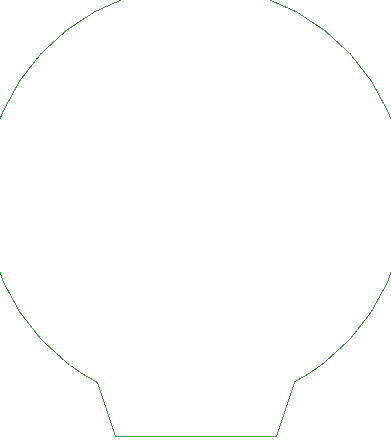
<source format=gbr>
%TF.GenerationSoftware,KiCad,Pcbnew,9.0.0*%
%TF.CreationDate,2025-10-25T14:56:04+02:00*%
%TF.ProjectId,DisplayBoard,44697370-6c61-4794-926f-6172642e6b69,rev?*%
%TF.SameCoordinates,Original*%
%TF.FileFunction,Profile,NP*%
%FSLAX46Y46*%
G04 Gerber Fmt 4.6, Leading zero omitted, Abs format (unit mm)*
G04 Created by KiCad (PCBNEW 9.0.0) date 2025-10-25 14:56:04*
%MOMM*%
%LPD*%
G01*
G04 APERTURE LIST*
%TA.AperFunction,Profile*%
%ADD10C,0.050000*%
%TD*%
G04 APERTURE END LIST*
D10*
X100000000Y-138100000D02*
X106830000Y-138100000D01*
X100000000Y-138100000D02*
X93170000Y-138100000D01*
X91654943Y-133543916D02*
G75*
G02*
X108339959Y-133546619I8345057J15733916D01*
G01*
X91654945Y-133543916D02*
X93170000Y-138100000D01*
X106830000Y-138100000D02*
X108339959Y-133546619D01*
M02*

</source>
